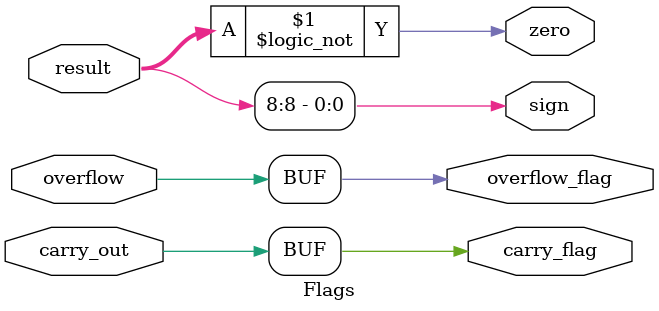
<source format=sv>
`timescale 1ns / 1ps


module Flags #(parameter N = 9)(
    input logic [N-1:0] result,
    input logic carry_out,
    input logic overflow,
    output logic zero,
    output logic sign,
    output logic carry_flag,
    output logic overflow_flag
);
    assign zero = (result == 0);
    assign sign = result[N-1];
    assign carry_flag = carry_out;
    assign overflow_flag = overflow;
endmodule


</source>
